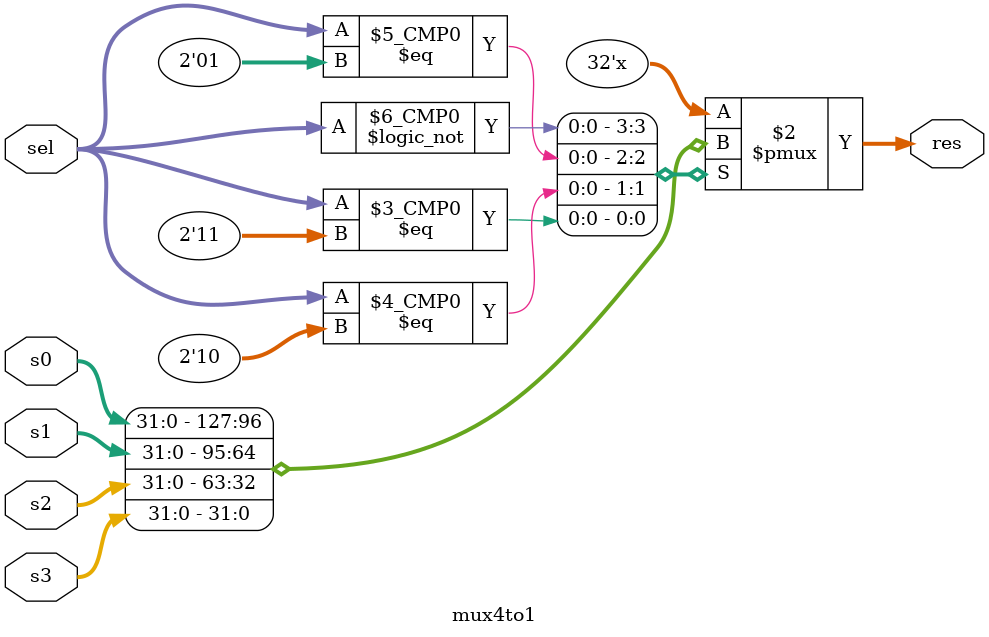
<source format=v>
`timescale 1ns / 1ps

module alu(
    input [31:0]a,b,//a端多路选择pc(pc的adder可以放在IF),sa,reg_a;b端多路选择reg_b,imm,4(pc_adder),imm<<2;
    input [3:0]aluc,
    //x000 ADD,x100 SUB,x001 AND,x101 OR,x010 XOR,x110 LUI,0011 SLL,0111 SRL,1111 SRA 
    output wire[31:0]res,
    output wire z
);
    reg [31:0]s0,s1,s2,s3;
    
    always @(*) begin
        casex (aluc)//带有x的匹配
            4'bx000:s0=a+b;
            4'bx100:s0=a-b;
            4'bx001:s1=a&b;
            4'bx101:s1=a|b;
            4'bx010:s2=a^b;
            4'bx110:s2={b[15:0],16'b0};
            4'b0011:s3=b<<a[4:0];
            4'b0111:s3=b>>a[4:0];
            4'b1111:s3=$signed(b)>>>a[4:0];
        endcase
    end
    assign z=(a==b)?1:0;
    mux4to1 mux4to1_inst(s0,s1,s2,s3,aluc[1:0],res);
endmodule

module mux4to1(
    input [31:0]s0,s1,s2,s3,
    input [1:0]sel,

    output reg[31:0]res
);
    always @(*) begin
        case (sel)
            2'b00:res=s0;
            2'b01:res=s1;
            2'b10:res=s2;
            2'b11:res=s3;
        endcase
    end
endmodule

</source>
